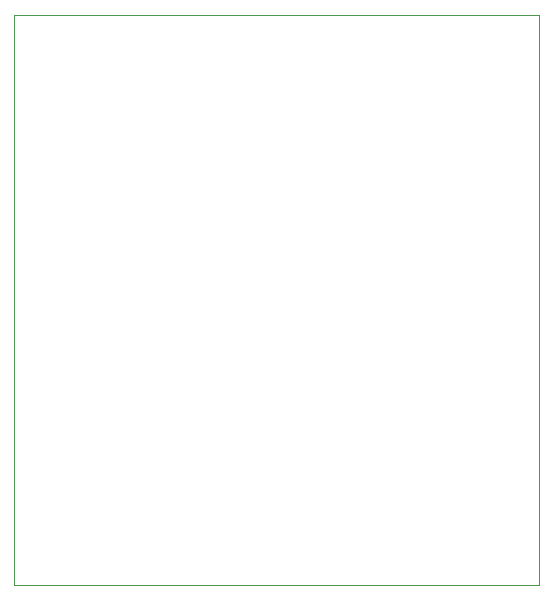
<source format=gm1>
%TF.GenerationSoftware,KiCad,Pcbnew,(6.0.1)*%
%TF.CreationDate,2022-09-24T12:21:52-04:00*%
%TF.ProjectId,MIDI-IN-OUT,4d494449-2d49-44e2-9d4f-55542e6b6963,rev?*%
%TF.SameCoordinates,Original*%
%TF.FileFunction,Profile,NP*%
%FSLAX46Y46*%
G04 Gerber Fmt 4.6, Leading zero omitted, Abs format (unit mm)*
G04 Created by KiCad (PCBNEW (6.0.1)) date 2022-09-24 12:21:52*
%MOMM*%
%LPD*%
G01*
G04 APERTURE LIST*
%TA.AperFunction,Profile*%
%ADD10C,0.100000*%
%TD*%
G04 APERTURE END LIST*
D10*
X88900000Y-68580000D02*
X133350000Y-68580000D01*
X133350000Y-68580000D02*
X133350000Y-116840000D01*
X133350000Y-116840000D02*
X88900000Y-116840000D01*
X88900000Y-116840000D02*
X88900000Y-68580000D01*
M02*

</source>
